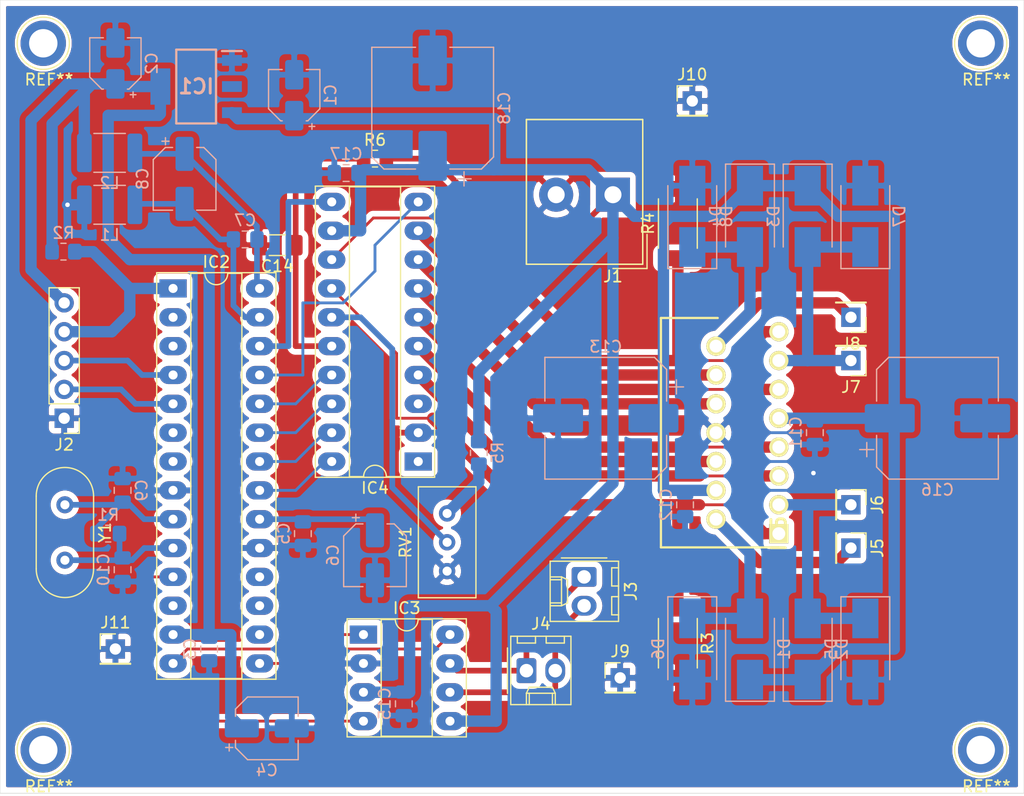
<source format=kicad_pcb>
(kicad_pcb (version 20171130) (host pcbnew "(5.1.12)-1")
  (layers (0 F.Cu signal) (31 B.Cu signal hide) (34 B.Paste user) (35 F.Paste user) (36 B.SilkS user hide) (37 F.SilkS user hide) (38 B.Mask user) (39 F.Mask user hide) (44 Edge.Cuts user hide))
  (net 0 "")
  (net 1 GND)
  (net 2 +3V3)
  (net 3 "Net-(C5-Pad1)")
  (net 4 "Net-(C7-Pad1)")
  (net 5 "Net-(C7-Pad2)")
  (net 6 "Net-(C9-Pad1)")
  (net 7 "Net-(C10-Pad1)")
  (net 8 +5V)
  (net 9 "Net-(C14-Pad1)")
  (net 10 "Net-(D1-Pad2)")
  (net 11 "Net-(D2-Pad2)")
  (net 12 "Net-(D3-Pad2)")
  (net 13 "Net-(D4-Pad2)")
  (net 14 "Net-(IC1-Pad2)")
  (net 15 "Net-(IC2-Pad1)")
  (net 16 "Net-(IC2-Pad15)")
  (net 17 "Net-(IC2-Pad2)")
  (net 18 "Net-(IC2-Pad16)")
  (net 19 "Net-(IC2-Pad3)")
  (net 20 "Net-(IC2-Pad17)")
  (net 21 "Net-(IC2-Pad4)")
  (net 22 "Net-(IC2-Pad18)")
  (net 23 "Net-(IC2-Pad5)")
  (net 24 "Net-(IC2-Pad6)")
  (net 25 "Net-(IC2-Pad7)")
  (net 26 "Net-(IC2-Pad21)")
  (net 27 "Net-(IC2-Pad22)")
  (net 28 "Net-(IC2-Pad23)")
  (net 29 "Net-(IC2-Pad24)")
  (net 30 "Net-(IC2-Pad11)")
  (net 31 "Net-(IC2-Pad25)")
  (net 32 "Net-(IC2-Pad12)")
  (net 33 "Net-(IC2-Pad26)")
  (net 34 "Net-(IC2-Pad14)")
  (net 35 "Net-(IC3-Pad6)")
  (net 36 "Net-(IC3-Pad7)")
  (net 37 "Net-(IC4-Pad1)")
  (net 38 "Net-(IC4-Pad3)")
  (net 39 "Net-(IC4-Pad13)")
  (net 40 "Net-(IC4-Pad4)")
  (net 41 "Net-(IC4-Pad14)")
  (net 42 "Net-(IC4-Pad5)")
  (net 43 "Net-(IC4-Pad15)")
  (net 44 "Net-(IC4-Pad6)")
  (net 45 "Net-(IC4-Pad7)")
  (net 46 "Net-(IC4-Pad8)")
  (net 47 "Net-(IC4-Pad9)")
  (net 48 "Net-(R5-Pad1)")
  (module TestPoint:TestPoint_Loop_D3.80mm_Drill2.5mm (layer F.Cu) (at 128.27 116.84)
    (fp_text reference REF** (at 0.5 3.2) (layer F.SilkS))
    (fp_text value TestPoint_Loop_D3.80mm_Drill2.5mm)
    (pad M3 thru_hole circle (at 0 0) (size 4 4) (drill 2.5) (layers *.Cu *.Mask))
  )
  (module TestPoint:TestPoint_Loop_D3.80mm_Drill2.5mm (layer F.Cu) (at 210.82 116.84)
    (fp_text reference REF** (at 0.5 3.2) (layer F.SilkS))
    (fp_text value TestPoint_Loop_D3.80mm_Drill2.5mm)
    (pad M3 thru_hole circle (at 0 0) (size 4 4) (drill 2.5) (layers *.Cu *.Mask))
  )
  (module TestPoint:TestPoint_Loop_D3.80mm_Drill2.5mm (layer F.Cu) (at 210.82 54.61)
    (fp_text reference REF** (at 0.5 3.2) (layer F.SilkS))
    (fp_text value TestPoint_Loop_D3.80mm_Drill2.5mm)
    (pad M3 thru_hole circle (at 0 0) (size 4 4) (drill 2.5) (layers *.Cu *.Mask))
  )
  (module TestPoint:TestPoint_Loop_D3.80mm_Drill2.5mm (layer F.Cu) (at 128.27 54.61)
    (fp_text reference REF** (at 0.5 3.2) (layer F.SilkS))
    (fp_text value TestPoint_Loop_D3.80mm_Drill2.5mm)
    (pad M3 thru_hole circle (at 0 0) (size 4 4) (drill 2.5) (layers *.Cu *.Mask))
  )
  (module TerminalBlock_Altech:Altech_AK300_1x02_P5.00mm_45-Degree (layer F.Cu) (at 178.435 67.945 180)
    (fp_text reference J1 (at 0 -7.2) (layer F.SilkS))
    (fp_text value Screw_Terminal_01x02)
    (pad 1 thru_hole rect (at 0 0 180) (size 3 3) (drill 1.5) (layers *.Cu *.Mask) (net 8 +5V))
    (pad 2 thru_hole circle (at 5 0 180) (size 3 3) (drill 1.5) (layers *.Cu *.Mask) (net 1 GND))
  )
  (module Capacitor_SMD:CP_Elec_4x4.5 (layer B.Cu) (at 150.368 59.182 90)
    (fp_text reference C1 (at 0 3.2 90) (layer B.SilkS) (effects (justify mirror)))
    (fp_text value "10μF Elektrolyt")
    (pad 1 smd roundrect (at -1.8 0 90) (size 2.6 1.6) (layers B.Cu B.Paste B.Mask) (roundrect_rratio 0.15625) (net 8 +5V))
    (pad 2 smd roundrect (at 1.8 0 90) (size 2.6 1.6) (layers B.Cu B.Paste B.Mask) (roundrect_rratio 0.15625) (net 1 GND))
  )
  (module Capacitor_SMD:CP_Elec_4x4.5 (layer B.Cu) (at 134.62 56.388 90)
    (fp_text reference C2 (at 0 3.2 270) (layer B.SilkS) (effects (justify mirror)))
    (fp_text value "10μF Elektrolyt")
    (pad 2 smd roundrect (at 1.8 0 90) (size 2.6 1.6) (layers B.Cu B.Paste B.Mask) (roundrect_rratio 0.15625) (net 1 GND))
    (pad 1 smd roundrect (at -1.8 0 90) (size 2.6 1.6) (layers B.Cu B.Paste B.Mask) (roundrect_rratio 0.15625) (net 2 +3V3))
  )
  (module Capacitor_SMD:C_0805_2012Metric_Pad1.18x1.45mm_HandSolder (layer B.Cu) (at 142.875 107.95 270)
    (fp_text reference C3 (at 0 1.68 90) (layer B.SilkS) (effects (justify mirror)))
    (fp_text value "100nF Ceramic")
    (pad 2 smd roundrect (at 1.0375 0 270) (size 1.175 1.45) (layers B.Cu B.Paste B.Mask) (roundrect_rratio 0.212766) (net 1 GND))
    (pad 1 smd roundrect (at -1.0375 0 270) (size 1.175 1.45) (layers B.Cu B.Paste B.Mask) (roundrect_rratio 0.212766) (net 2 +3V3))
  )
  (module Capacitor_SMD:CP_Elec_5x5.4 (layer B.Cu) (at 147.955 114.935)
    (fp_text reference C4 (at 0 3.7) (layer B.SilkS) (effects (justify mirror)))
    (fp_text value "47μF Elec")
    (pad 2 smd roundrect (at 2.2 0) (size 3 1.6) (layers B.Cu B.Paste B.Mask) (roundrect_rratio 0.15625) (net 1 GND))
    (pad 1 smd roundrect (at -2.2 0) (size 3 1.6) (layers B.Cu B.Paste B.Mask) (roundrect_rratio 0.15625) (net 2 +3V3))
  )
  (module Capacitor_SMD:C_0805_2012Metric_Pad1.18x1.45mm_HandSolder (layer B.Cu) (at 151.13 97.79 270)
    (fp_text reference C5 (at 0 1.68 90) (layer B.SilkS) (effects (justify mirror)))
    (fp_text value "100nF Ceramic")
    (pad 1 smd roundrect (at -1.0375 0 270) (size 1.175 1.45) (layers B.Cu B.Paste B.Mask) (roundrect_rratio 0.212766) (net 3 "Net-(C5-Pad1)"))
    (pad 2 smd roundrect (at 1.0375 0 270) (size 1.175 1.45) (layers B.Cu B.Paste B.Mask) (roundrect_rratio 0.212766) (net 1 GND))
  )
  (module Capacitor_SMD:CP_Elec_5x5.4 (layer B.Cu) (at 157.48 99.695 270)
    (fp_text reference C6 (at 0 3.7 90) (layer B.SilkS) (effects (justify mirror)))
    (fp_text value "47μF Elec")
    (pad 1 smd roundrect (at -2.2 0 270) (size 3 1.6) (layers B.Cu B.Paste B.Mask) (roundrect_rratio 0.15625) (net 3 "Net-(C5-Pad1)"))
    (pad 2 smd roundrect (at 2.2 0 270) (size 3 1.6) (layers B.Cu B.Paste B.Mask) (roundrect_rratio 0.15625) (net 1 GND))
  )
  (module Capacitor_SMD:C_0805_2012Metric_Pad1.18x1.45mm_HandSolder (layer B.Cu) (at 146.05 71.882 180)
    (fp_text reference C7 (at 0 1.68) (layer B.SilkS) (effects (justify mirror)))
    (fp_text value "100nF Ceramic")
    (pad 1 smd roundrect (at -1.0375 0 180) (size 1.175 1.45) (layers B.Cu B.Paste B.Mask) (roundrect_rratio 0.212766) (net 4 "Net-(C7-Pad1)"))
    (pad 2 smd roundrect (at 1.0375 0 180) (size 1.175 1.45) (layers B.Cu B.Paste B.Mask) (roundrect_rratio 0.212766) (net 5 "Net-(C7-Pad2)"))
  )
  (module Capacitor_SMD:C_0805_2012Metric_Pad1.18x1.45mm_HandSolder (layer B.Cu) (at 135.255 93.98 90)
    (fp_text reference C9 (at 0 1.68 90) (layer B.SilkS) (effects (justify mirror)))
    (fp_text value "22pF Ceramic")
    (pad 2 smd roundrect (at 1.0375 0 90) (size 1.175 1.45) (layers B.Cu B.Paste B.Mask) (roundrect_rratio 0.212766) (net 1 GND))
    (pad 1 smd roundrect (at -1.0375 0 90) (size 1.175 1.45) (layers B.Cu B.Paste B.Mask) (roundrect_rratio 0.212766) (net 6 "Net-(C9-Pad1)"))
  )
  (module Capacitor_SMD:C_0805_2012Metric_Pad1.18x1.45mm_HandSolder (layer B.Cu) (at 135.255 100.965 270)
    (fp_text reference C10 (at 0 1.68 90) (layer B.SilkS) (effects (justify mirror)))
    (fp_text value "22pF ")
    (pad 2 smd roundrect (at 1.0375 0 270) (size 1.175 1.45) (layers B.Cu B.Paste B.Mask) (roundrect_rratio 0.212766) (net 1 GND))
    (pad 1 smd roundrect (at -1.0375 0 270) (size 1.175 1.45) (layers B.Cu B.Paste B.Mask) (roundrect_rratio 0.212766) (net 7 "Net-(C10-Pad1)"))
  )
  (module Capacitor_SMD:C_0805_2012Metric_Pad1.18x1.45mm_HandSolder (layer B.Cu) (at 196.215 88.9 270)
    (fp_text reference C11 (at 0 1.68 90) (layer B.SilkS) (effects (justify mirror)))
    (fp_text value "100nF Ceramic")
    (pad 1 smd roundrect (at -1.0375 0 270) (size 1.175 1.45) (layers B.Cu B.Paste B.Mask) (roundrect_rratio 0.212766) (net 8 +5V))
    (pad 2 smd roundrect (at 1.0375 0 270) (size 1.175 1.45) (layers B.Cu B.Paste B.Mask) (roundrect_rratio 0.212766) (net 1 GND))
  )
  (module Capacitor_SMD:C_0805_2012Metric_Pad1.18x1.45mm_HandSolder (layer B.Cu) (at 184.785 95.25 270)
    (fp_text reference C12 (at 0 1.68 90) (layer B.SilkS) (effects (justify mirror)))
    (fp_text value "100nF Ceramic")
    (pad 2 smd roundrect (at 1.0375 0 270) (size 1.175 1.45) (layers B.Cu B.Paste B.Mask) (roundrect_rratio 0.212766) (net 1 GND))
    (pad 1 smd roundrect (at -1.0375 0 270) (size 1.175 1.45) (layers B.Cu B.Paste B.Mask) (roundrect_rratio 0.212766) (net 8 +5V))
  )
  (module Capacitor_SMD:CP_Elec_10x10.5 (layer B.Cu) (at 177.8 87.63 180)
    (fp_text reference C13 (at 0 6.3 180) (layer B.SilkS) (effects (justify mirror)))
    (fp_text value "470μF Elec")
    (pad 1 smd roundrect (at -4.2 0 180) (size 4.4 2.5) (layers B.Cu B.Paste B.Mask) (roundrect_rratio 0.1) (net 8 +5V))
    (pad 2 smd roundrect (at 4.2 0 180) (size 4.4 2.5) (layers B.Cu B.Paste B.Mask) (roundrect_rratio 0.1) (net 1 GND))
  )
  (module Capacitor_SMD:C_1206_3216Metric_Pad1.33x1.80mm_HandSolder (layer F.Cu) (at 148.8825 72.39 180)
    (fp_text reference C14 (at 0 -1.85) (layer F.SilkS))
    (fp_text value "3,3nF Ceramic")
    (pad 2 smd roundrect (at 1.5625 0 180) (size 1.325 1.8) (layers F.Cu F.Paste F.Mask) (roundrect_rratio 0.188679) (net 1 GND))
    (pad 1 smd roundrect (at -1.5625 0 180) (size 1.325 1.8) (layers F.Cu F.Paste F.Mask) (roundrect_rratio 0.188679) (net 9 "Net-(C14-Pad1)"))
  )
  (module Capacitor_SMD:C_0805_2012Metric_Pad1.18x1.45mm_HandSolder (layer B.Cu) (at 160.02 112.776 270)
    (fp_text reference C15 (at 0 1.68 90) (layer B.SilkS) (effects (justify mirror)))
    (fp_text value "100nF Ceramic")
    (pad 1 smd roundrect (at -1.0375 0 270) (size 1.175 1.45) (layers B.Cu B.Paste B.Mask) (roundrect_rratio 0.212766) (net 8 +5V))
    (pad 2 smd roundrect (at 1.0375 0 270) (size 1.175 1.45) (layers B.Cu B.Paste B.Mask) (roundrect_rratio 0.212766) (net 1 GND))
  )
  (module Capacitor_SMD:CP_Elec_10x10.5 (layer B.Cu) (at 207.01 87.63)
    (fp_text reference C16 (at 0 6.3 -180) (layer B.SilkS) (effects (justify mirror)))
    (fp_text value "470μF Elec")
    (pad 2 smd roundrect (at 4.2 0) (size 4.4 2.5) (layers B.Cu B.Paste B.Mask) (roundrect_rratio 0.1) (net 1 GND))
    (pad 1 smd roundrect (at -4.2 0) (size 4.4 2.5) (layers B.Cu B.Paste B.Mask) (roundrect_rratio 0.1) (net 8 +5V))
  )
  (module Diode_SMD:D_SMB_Handsoldering (layer B.Cu) (at 190.5 107.95 90)
    (fp_text reference D1 (at 0 3 90) (layer B.SilkS) (effects (justify mirror)))
    (fp_text value D)
    (pad 2 smd rect (at 2.7 0 90) (size 3.5 2.3) (layers B.Cu B.Paste B.Mask) (net 10 "Net-(D1-Pad2)"))
    (pad 1 smd rect (at -2.7 0 90) (size 3.5 2.3) (layers B.Cu B.Paste B.Mask) (net 8 +5V))
  )
  (module Diode_SMD:D_SMB_Handsoldering (layer B.Cu) (at 195.58 107.95 90)
    (fp_text reference D2 (at 0 3 90) (layer B.SilkS) (effects (justify mirror)))
    (fp_text value D)
    (pad 2 smd rect (at 2.7 0 90) (size 3.5 2.3) (layers B.Cu B.Paste B.Mask) (net 11 "Net-(D2-Pad2)"))
    (pad 1 smd rect (at -2.7 0 90) (size 3.5 2.3) (layers B.Cu B.Paste B.Mask) (net 8 +5V))
  )
  (module Diode_SMD:D_SMB_Handsoldering (layer B.Cu) (at 195.58 69.85 270)
    (fp_text reference D3 (at 0 3 90) (layer B.SilkS) (effects (justify mirror)))
    (fp_text value D)
    (pad 2 smd rect (at 2.7 0 270) (size 3.5 2.3) (layers B.Cu B.Paste B.Mask) (net 12 "Net-(D3-Pad2)"))
    (pad 1 smd rect (at -2.7 0 270) (size 3.5 2.3) (layers B.Cu B.Paste B.Mask) (net 8 +5V))
  )
  (module Diode_SMD:D_SMB_Handsoldering (layer B.Cu) (at 190.5 69.85 270)
    (fp_text reference D4 (at 0 3 90) (layer B.SilkS) (effects (justify mirror)))
    (fp_text value D)
    (pad 1 smd rect (at -2.7 0 270) (size 3.5 2.3) (layers B.Cu B.Paste B.Mask) (net 8 +5V))
    (pad 2 smd rect (at 2.7 0 270) (size 3.5 2.3) (layers B.Cu B.Paste B.Mask) (net 13 "Net-(D4-Pad2)"))
  )
  (module Diode_SMD:D_SMB_Handsoldering (layer B.Cu) (at 200.66 107.95 270)
    (fp_text reference D5 (at 0 3 90) (layer B.SilkS) (effects (justify mirror)))
    (fp_text value D)
    (pad 1 smd rect (at -2.7 0 270) (size 3.5 2.3) (layers B.Cu B.Paste B.Mask) (net 11 "Net-(D2-Pad2)"))
    (pad 2 smd rect (at 2.7 0 270) (size 3.5 2.3) (layers B.Cu B.Paste B.Mask) (net 1 GND))
  )
  (module Diode_SMD:D_SMB_Handsoldering (layer B.Cu) (at 185.42 107.95 270)
    (fp_text reference D6 (at 0 3 90) (layer B.SilkS) (effects (justify mirror)))
    (fp_text value D)
    (pad 2 smd rect (at 2.7 0 270) (size 3.5 2.3) (layers B.Cu B.Paste B.Mask) (net 1 GND))
    (pad 1 smd rect (at -2.7 0 270) (size 3.5 2.3) (layers B.Cu B.Paste B.Mask) (net 10 "Net-(D1-Pad2)"))
  )
  (module Diode_SMD:D_SMB_Handsoldering (layer B.Cu) (at 200.66 69.85 90)
    (fp_text reference D7 (at 0 3 90) (layer B.SilkS) (effects (justify mirror)))
    (fp_text value D)
    (pad 1 smd rect (at -2.7 0 90) (size 3.5 2.3) (layers B.Cu B.Paste B.Mask) (net 12 "Net-(D3-Pad2)"))
    (pad 2 smd rect (at 2.7 0 90) (size 3.5 2.3) (layers B.Cu B.Paste B.Mask) (net 1 GND))
  )
  (module Diode_SMD:D_SMB_Handsoldering (layer B.Cu) (at 185.42 69.85 90)
    (fp_text reference D8 (at 0 3 90) (layer B.SilkS) (effects (justify mirror)))
    (fp_text value D)
    (pad 1 smd rect (at -2.7 0 90) (size 3.5 2.3) (layers B.Cu B.Paste B.Mask) (net 13 "Net-(D4-Pad2)"))
    (pad 2 smd rect (at 2.7 0 90) (size 3.5 2.3) (layers B.Cu B.Paste B.Mask) (net 1 GND))
  )
  (module LM1117IMP-3.3_NOPB:SOT230P700X180-4N (layer B.Cu) (at 141.732 58.42 180)
    (fp_text reference IC1 (at 0 0 180) (layer B.SilkS) (effects (font (size 1.27 1.27) (thickness 0.254)) (justify mirror)))
    (fp_text value LM1117IMP-3.3_NOPB hide)
    (pad 1 smd rect (at -3.15 2.3 90) (size 0.95 1.75) (layers B.Cu B.Paste B.Mask) (net 1 GND))
    (pad 2 smd rect (at -3.15 0 90) (size 0.95 1.75) (layers B.Cu B.Paste B.Mask) (net 14 "Net-(IC1-Pad2)"))
    (pad 3 smd rect (at -3.15 -2.3 90) (size 0.95 1.75) (layers B.Cu B.Paste B.Mask) (net 8 +5V))
    (pad 4 smd rect (at 3.15 0 180) (size 1.75 3.2) (layers B.Cu B.Paste B.Mask) (net 2 +3V3))
  )
  (module Package_DIP:DIP-28_W7.62mm_Socket_LongPads (layer F.Cu) (at 139.7 76.2)
    (fp_text reference IC2 (at 3.81 -2.33) (layer F.SilkS))
    (fp_text value DSPIC33EP512GP502-I_SP)
    (pad 1 thru_hole rect (at 0 0) (size 2.4 1.6) (drill 0.8) (layers *.Cu *.Mask) (net 15 "Net-(IC2-Pad1)"))
    (pad 15 thru_hole oval (at 7.62 33.02) (size 2.4 1.6) (drill 0.8) (layers *.Cu *.Mask) (net 16 "Net-(IC2-Pad15)"))
    (pad 2 thru_hole oval (at 0 2.54) (size 2.4 1.6) (drill 0.8) (layers *.Cu *.Mask) (net 17 "Net-(IC2-Pad2)"))
    (pad 16 thru_hole oval (at 7.62 30.48) (size 2.4 1.6) (drill 0.8) (layers *.Cu *.Mask) (net 18 "Net-(IC2-Pad16)"))
    (pad 3 thru_hole oval (at 0 5.08) (size 2.4 1.6) (drill 0.8) (layers *.Cu *.Mask) (net 19 "Net-(IC2-Pad3)"))
    (pad 17 thru_hole oval (at 7.62 27.94) (size 2.4 1.6) (drill 0.8) (layers *.Cu *.Mask) (net 20 "Net-(IC2-Pad17)"))
    (pad 4 thru_hole oval (at 0 7.62) (size 2.4 1.6) (drill 0.8) (layers *.Cu *.Mask) (net 21 "Net-(IC2-Pad4)"))
    (pad 18 thru_hole oval (at 7.62 25.4) (size 2.4 1.6) (drill 0.8) (layers *.Cu *.Mask) (net 22 "Net-(IC2-Pad18)"))
    (pad 5 thru_hole oval (at 0 10.16) (size 2.4 1.6) (drill 0.8) (layers *.Cu *.Mask) (net 23 "Net-(IC2-Pad5)"))
    (pad 19 thru_hole oval (at 7.62 22.86) (size 2.4 1.6) (drill 0.8) (layers *.Cu *.Mask) (net 1 GND))
    (pad 6 thru_hole oval (at 0 12.7) (size 2.4 1.6) (drill 0.8) (layers *.Cu *.Mask) (net 24 "Net-(IC2-Pad6)"))
    (pad 20 thru_hole oval (at 7.62 20.32) (size 2.4 1.6) (drill 0.8) (layers *.Cu *.Mask) (net 3 "Net-(C5-Pad1)"))
    (pad 7 thru_hole oval (at 0 15.24) (size 2.4 1.6) (drill 0.8) (layers *.Cu *.Mask) (net 25 "Net-(IC2-Pad7)"))
    (pad 21 thru_hole oval (at 7.62 17.78) (size 2.4 1.6) (drill 0.8) (layers *.Cu *.Mask) (net 26 "Net-(IC2-Pad21)"))
    (pad 8 thru_hole oval (at 0 17.78) (size 2.4 1.6) (drill 0.8) (layers *.Cu *.Mask) (net 1 GND))
    (pad 22 thru_hole oval (at 7.62 15.24) (size 2.4 1.6) (drill 0.8) (layers *.Cu *.Mask) (net 27 "Net-(IC2-Pad22)"))
    (pad 9 thru_hole oval (at 0 20.32) (size 2.4 1.6) (drill 0.8) (layers *.Cu *.Mask) (net 6 "Net-(C9-Pad1)"))
    (pad 23 thru_hole oval (at 7.62 12.7) (size 2.4 1.6) (drill 0.8) (layers *.Cu *.Mask) (net 28 "Net-(IC2-Pad23)"))
    (pad 10 thru_hole oval (at 0 22.86) (size 2.4 1.6) (drill 0.8) (layers *.Cu *.Mask) (net 7 "Net-(C10-Pad1)"))
    (pad 24 thru_hole oval (at 7.62 10.16) (size 2.4 1.6) (drill 0.8) (layers *.Cu *.Mask) (net 29 "Net-(IC2-Pad24)"))
    (pad 11 thru_hole oval (at 0 25.4) (size 2.4 1.6) (drill 0.8) (layers *.Cu *.Mask) (net 30 "Net-(IC2-Pad11)"))
    (pad 25 thru_hole oval (at 7.62 7.62) (size 2.4 1.6) (drill 0.8) (layers *.Cu *.Mask) (net 31 "Net-(IC2-Pad25)"))
    (pad 12 thru_hole oval (at 0 27.94) (size 2.4 1.6) (drill 0.8) (layers *.Cu *.Mask) (net 32 "Net-(IC2-Pad12)"))
    (pad 26 thru_hole oval (at 7.62 5.08) (size 2.4 1.6) (drill 0.8) (layers *.Cu *.Mask) (net 33 "Net-(IC2-Pad26)"))
    (pad 13 thru_hole oval (at 0 30.48) (size 2.4 1.6) (drill 0.8) (layers *.Cu *.Mask) (net 2 +3V3))
    (pad 27 thru_hole oval (at 7.62 2.54) (size 2.4 1.6) (drill 0.8) (layers *.Cu *.Mask) (net 5 "Net-(C7-Pad2)"))
    (pad 14 thru_hole oval (at 0 33.02) (size 2.4 1.6) (drill 0.8) (layers *.Cu *.Mask) (net 34 "Net-(IC2-Pad14)"))
    (pad 28 thru_hole oval (at 7.62 0) (size 2.4 1.6) (drill 0.8) (layers *.Cu *.Mask) (net 4 "Net-(C7-Pad1)"))
  )
  (module Package_DIP:DIP-8_W7.62mm_Socket_LongPads (layer F.Cu) (at 156.464 106.68)
    (fp_text reference IC3 (at 3.81 -2.33) (layer F.SilkS))
    (fp_text value MCP2562FDT-H_SN)
    (pad 1 thru_hole rect (at 0 0) (size 2.4 1.6) (drill 0.8) (layers *.Cu *.Mask) (net 34 "Net-(IC2-Pad14)"))
    (pad 5 thru_hole oval (at 7.62 7.62) (size 2.4 1.6) (drill 0.8) (layers *.Cu *.Mask) (net 8 +5V))
    (pad 2 thru_hole oval (at 0 2.54) (size 2.4 1.6) (drill 0.8) (layers *.Cu *.Mask) (net 1 GND))
    (pad 6 thru_hole oval (at 7.62 5.08) (size 2.4 1.6) (drill 0.8) (layers *.Cu *.Mask) (net 35 "Net-(IC3-Pad6)"))
    (pad 3 thru_hole oval (at 0 5.08) (size 2.4 1.6) (drill 0.8) (layers *.Cu *.Mask) (net 8 +5V))
    (pad 7 thru_hole oval (at 7.62 2.54) (size 2.4 1.6) (drill 0.8) (layers *.Cu *.Mask) (net 36 "Net-(IC3-Pad7)"))
    (pad 4 thru_hole oval (at 0 7.62) (size 2.4 1.6) (drill 0.8) (layers *.Cu *.Mask) (net 30 "Net-(IC2-Pad11)"))
    (pad 8 thru_hole oval (at 7.62 0) (size 2.4 1.6) (drill 0.8) (layers *.Cu *.Mask) (net 16 "Net-(IC2-Pad15)"))
  )
  (module Package_DIP:DIP-20_W7.62mm_Socket_LongPads (layer F.Cu) (at 161.29 91.44 180)
    (fp_text reference IC4 (at 3.81 -2.33) (layer F.SilkS))
    (fp_text value L297_1)
    (pad 1 thru_hole rect (at 0 0 180) (size 2.4 1.6) (drill 0.8) (layers *.Cu *.Mask) (net 37 "Net-(IC4-Pad1)"))
    (pad 11 thru_hole oval (at 7.62 22.86 180) (size 2.4 1.6) (drill 0.8) (layers *.Cu *.Mask) (net 33 "Net-(IC2-Pad26)"))
    (pad 2 thru_hole oval (at 0 2.54 180) (size 2.4 1.6) (drill 0.8) (layers *.Cu *.Mask) (net 1 GND))
    (pad 12 thru_hole oval (at 7.62 20.32 180) (size 2.4 1.6) (drill 0.8) (layers *.Cu *.Mask) (net 8 +5V))
    (pad 3 thru_hole oval (at 0 5.08 180) (size 2.4 1.6) (drill 0.8) (layers *.Cu *.Mask) (net 38 "Net-(IC4-Pad3)"))
    (pad 13 thru_hole oval (at 7.62 17.78 180) (size 2.4 1.6) (drill 0.8) (layers *.Cu *.Mask) (net 39 "Net-(IC4-Pad13)"))
    (pad 4 thru_hole oval (at 0 7.62 180) (size 2.4 1.6) (drill 0.8) (layers *.Cu *.Mask) (net 40 "Net-(IC4-Pad4)"))
    (pad 14 thru_hole oval (at 7.62 15.24 180) (size 2.4 1.6) (drill 0.8) (layers *.Cu *.Mask) (net 41 "Net-(IC4-Pad14)"))
    (pad 5 thru_hole oval (at 0 10.16 180) (size 2.4 1.6) (drill 0.8) (layers *.Cu *.Mask) (net 42 "Net-(IC4-Pad5)"))
    (pad 15 thru_hole oval (at 7.62 12.7 180) (size 2.4 1.6) (drill 0.8) (layers *.Cu *.Mask) (net 43 "Net-(IC4-Pad15)"))
    (pad 6 thru_hole oval (at 0 12.7 180) (size 2.4 1.6) (drill 0.8) (layers *.Cu *.Mask) (net 44 "Net-(IC4-Pad6)"))
    (pad 16 thru_hole oval (at 7.62 10.16 180) (size 2.4 1.6) (drill 0.8) (layers *.Cu *.Mask) (net 9 "Net-(C14-Pad1)"))
    (pad 7 thru_hole oval (at 0 15.24 180) (size 2.4 1.6) (drill 0.8) (layers *.Cu *.Mask) (net 45 "Net-(IC4-Pad7)"))
    (pad 17 thru_hole oval (at 7.62 7.62 180) (size 2.4 1.6) (drill 0.8) (layers *.Cu *.Mask) (net 29 "Net-(IC2-Pad24)"))
    (pad 8 thru_hole oval (at 0 17.78 180) (size 2.4 1.6) (drill 0.8) (layers *.Cu *.Mask) (net 46 "Net-(IC4-Pad8)"))
    (pad 18 thru_hole oval (at 7.62 5.08 180) (size 2.4 1.6) (drill 0.8) (layers *.Cu *.Mask) (net 28 "Net-(IC2-Pad23)"))
    (pad 9 thru_hole oval (at 0 20.32 180) (size 2.4 1.6) (drill 0.8) (layers *.Cu *.Mask) (net 47 "Net-(IC4-Pad9)"))
    (pad 19 thru_hole oval (at 7.62 2.54 180) (size 2.4 1.6) (drill 0.8) (layers *.Cu *.Mask) (net 27 "Net-(IC2-Pad22)"))
    (pad 10 thru_hole oval (at 0 22.86 180) (size 2.4 1.6) (drill 0.8) (layers *.Cu *.Mask) (net 31 "Net-(IC2-Pad25)"))
    (pad 20 thru_hole oval (at 7.62 0 180) (size 2.4 1.6) (drill 0.8) (layers *.Cu *.Mask) (net 26 "Net-(IC2-Pad21)"))
  )
  (module L298N:TO127P500X2020X2210-15P (layer F.Cu) (at 193.04 97.79 90)
    (fp_text reference IC5 (at 0 0 90) (layer F.SilkS) (effects (font (size 1.27 1.27) (thickness 0.254))))
    (fp_text value L298N hide)
    (pad 1 thru_hole rect (at 0 0 180) (size 1.695 1.695) (drill 1.13) (layers *.Cu *.Mask F.SilkS) (net 41 "Net-(IC4-Pad14)"))
    (pad 3 thru_hole circle (at 2.54 0 180) (size 1.695 1.695) (drill 1.13) (layers *.Cu *.Mask F.SilkS) (net 11 "Net-(D2-Pad2)"))
    (pad 5 thru_hole circle (at 5.08 0 180) (size 1.695 1.695) (drill 1.13) (layers *.Cu *.Mask F.SilkS) (net 40 "Net-(IC4-Pad4)"))
    (pad 7 thru_hole circle (at 7.62 0 180) (size 1.695 1.695) (drill 1.13) (layers *.Cu *.Mask F.SilkS) (net 44 "Net-(IC4-Pad6)"))
    (pad 9 thru_hole circle (at 10.16 0 180) (size 1.695 1.695) (drill 1.13) (layers *.Cu *.Mask F.SilkS) (net 8 +5V))
    (pad 11 thru_hole circle (at 12.7 0 180) (size 1.695 1.695) (drill 1.13) (layers *.Cu *.Mask F.SilkS) (net 46 "Net-(IC4-Pad8)"))
    (pad 13 thru_hole circle (at 15.24 0 180) (size 1.695 1.695) (drill 1.13) (layers *.Cu *.Mask F.SilkS) (net 12 "Net-(D3-Pad2)"))
    (pad 15 thru_hole circle (at 17.78 0 180) (size 1.695 1.695) (drill 1.13) (layers *.Cu *.Mask F.SilkS) (net 39 "Net-(IC4-Pad13)"))
    (pad 2 thru_hole circle (at 1.27 -5.53 180) (size 1.695 1.695) (drill 1.13) (layers *.Cu *.Mask F.SilkS) (net 10 "Net-(D1-Pad2)"))
    (pad 4 thru_hole circle (at 3.81 -5.53 180) (size 1.695 1.695) (drill 1.13) (layers *.Cu *.Mask F.SilkS) (net 8 +5V))
    (pad 6 thru_hole circle (at 6.35 -5.53 180) (size 1.695 1.695) (drill 1.13) (layers *.Cu *.Mask F.SilkS) (net 42 "Net-(IC4-Pad5)"))
    (pad 8 thru_hole circle (at 8.89 -5.53 180) (size 1.695 1.695) (drill 1.13) (layers *.Cu *.Mask F.SilkS) (net 1 GND))
    (pad 10 thru_hole circle (at 11.43 -5.53 180) (size 1.695 1.695) (drill 1.13) (layers *.Cu *.Mask F.SilkS) (net 45 "Net-(IC4-Pad7)"))
    (pad 12 thru_hole circle (at 13.97 -5.53 180) (size 1.695 1.695) (drill 1.13) (layers *.Cu *.Mask F.SilkS) (net 47 "Net-(IC4-Pad9)"))
    (pad 14 thru_hole circle (at 16.51 -5.53 180) (size 1.695 1.695) (drill 1.13) (layers *.Cu *.Mask F.SilkS) (net 13 "Net-(D4-Pad2)"))
  )
  (module Connector_PinHeader_2.54mm:PinHeader_1x05_P2.54mm_Vertical (layer F.Cu) (at 130.1115 87.63 180)
    (fp_text reference J2 (at 0 -2.33) (layer F.SilkS))
    (fp_text value Conn_01x05)
    (pad 1 thru_hole rect (at 0 0 180) (size 1.7 1.7) (drill 1) (layers *.Cu *.Mask) (net 1 GND))
    (pad 2 thru_hole oval (at 0 2.54 180) (size 1.7 1.7) (drill 1) (layers *.Cu *.Mask) (net 23 "Net-(IC2-Pad5)"))
    (pad 3 thru_hole oval (at 0 5.08 180) (size 1.7 1.7) (drill 1) (layers *.Cu *.Mask) (net 21 "Net-(IC2-Pad4)"))
    (pad 4 thru_hole oval (at 0 7.62 180) (size 1.7 1.7) (drill 1) (layers *.Cu *.Mask) (net 15 "Net-(IC2-Pad1)"))
    (pad 5 thru_hole oval (at 0 10.16 180) (size 1.7 1.7) (drill 1) (layers *.Cu *.Mask) (net 2 +3V3))
  )
  (module Connector_Molex:Molex_KK-254_AE-6410-02A_1x02_P2.54mm_Vertical (layer F.Cu) (at 175.895 101.6 270)
    (fp_text reference J3 (at 1.27 -4.12 90) (layer F.SilkS))
    (fp_text value Conn_01x02)
    (pad 1 thru_hole roundrect (at 0 0 270) (size 1.74 2.19) (drill 1.19) (layers *.Cu *.Mask) (roundrect_rratio 0.143678) (net 36 "Net-(IC3-Pad7)"))
    (pad 2 thru_hole oval (at 2.54 0 270) (size 1.74 2.19) (drill 1.19) (layers *.Cu *.Mask) (net 35 "Net-(IC3-Pad6)"))
  )
  (module Connector_Molex:Molex_KK-254_AE-6410-02A_1x02_P2.54mm_Vertical (layer F.Cu) (at 170.815 109.855)
    (fp_text reference J4 (at 1.27 -4.12) (layer F.SilkS))
    (fp_text value Conn_01x02)
    (pad 2 thru_hole oval (at 2.54 0) (size 1.74 2.19) (drill 1.19) (layers *.Cu *.Mask) (net 35 "Net-(IC3-Pad6)"))
    (pad 1 thru_hole roundrect (at 0 0) (size 1.74 2.19) (drill 1.19) (layers *.Cu *.Mask) (roundrect_rratio 0.143678) (net 36 "Net-(IC3-Pad7)"))
  )
  (module Connector_PinHeader_2.54mm:PinHeader_1x01_P2.54mm_Vertical (layer F.Cu) (at 199.39 99.06 270)
    (fp_text reference J5 (at 0 -2.33 90) (layer F.SilkS))
    (fp_text value "Output 1")
    (pad 1 thru_hole rect (at 0 0 270) (size 1.7 1.7) (drill 1) (layers *.Cu *.Mask) (net 10 "Net-(D1-Pad2)"))
  )
  (module Connector_PinHeader_2.54mm:PinHeader_1x01_P2.54mm_Vertical (layer F.Cu) (at 199.39 95.25 270)
    (fp_text reference J6 (at 0 -2.33 90) (layer F.SilkS))
    (fp_text value "Output 2")
    (pad 1 thru_hole rect (at 0 0 270) (size 1.7 1.7) (drill 1) (layers *.Cu *.Mask) (net 11 "Net-(D2-Pad2)"))
  )
  (module Connector_PinHeader_2.54mm:PinHeader_1x01_P2.54mm_Vertical (layer F.Cu) (at 199.39 82.55 180)
    (fp_text reference J7 (at 0 -2.33) (layer F.SilkS))
    (fp_text value "Output 3")
    (pad 1 thru_hole rect (at 0 0 180) (size 1.7 1.7) (drill 1) (layers *.Cu *.Mask) (net 12 "Net-(D3-Pad2)"))
  )
  (module Connector_PinHeader_2.54mm:PinHeader_1x01_P2.54mm_Vertical (layer F.Cu) (at 199.39 78.74 180)
    (fp_text reference J8 (at 0 -2.33) (layer F.SilkS))
    (fp_text value "Output 4")
    (pad 1 thru_hole rect (at 0 0 180) (size 1.7 1.7) (drill 1) (layers *.Cu *.Mask) (net 13 "Net-(D4-Pad2)"))
  )
  (module Connector_PinHeader_2.54mm:PinHeader_1x01_P2.54mm_Vertical (layer F.Cu) (at 179.07 110.49)
    (fp_text reference J9 (at 0 -2.33) (layer F.SilkS))
    (fp_text value GND)
    (pad 1 thru_hole rect (at 0 0) (size 1.7 1.7) (drill 1) (layers *.Cu *.Mask) (net 1 GND))
  )
  (module Connector_PinHeader_2.54mm:PinHeader_1x01_P2.54mm_Vertical (layer F.Cu) (at 185.42 59.69)
    (fp_text reference J10 (at 0 -2.33) (layer F.SilkS))
    (fp_text value GND)
    (pad 1 thru_hole rect (at 0 0) (size 1.7 1.7) (drill 1) (layers *.Cu *.Mask) (net 1 GND))
  )
  (module Connector_PinHeader_2.54mm:PinHeader_1x01_P2.54mm_Vertical (layer F.Cu) (at 134.62 107.95)
    (fp_text reference J11 (at 0 -2.33) (layer F.SilkS))
    (fp_text value GND)
    (pad 1 thru_hole rect (at 0 0) (size 1.7 1.7) (drill 1) (layers *.Cu *.Mask) (net 1 GND))
  )
  (module Resistor_SMD:R_0805_2012Metric_Pad1.20x1.40mm_HandSolder (layer B.Cu) (at 133.985 97.79 180)
    (fp_text reference R1 (at 0 1.65) (layer B.SilkS) (effects (justify mirror)))
    (fp_text value 1MΩ)
    (pad 2 smd roundrect (at 1 0 180) (size 1.2 1.4) (layers B.Cu B.Paste B.Mask) (roundrect_rratio 0.208333) (net 6 "Net-(C9-Pad1)"))
    (pad 1 smd roundrect (at -1 0 180) (size 1.2 1.4) (layers B.Cu B.Paste B.Mask) (roundrect_rratio 0.208333) (net 7 "Net-(C10-Pad1)"))
  )
  (module Resistor_SMD:R_0805_2012Metric_Pad1.20x1.40mm_HandSolder (layer B.Cu) (at 130.048 72.9615 180)
    (fp_text reference R2 (at 0 1.65) (layer B.SilkS) (effects (justify mirror)))
    (fp_text value 11kΩ)
    (pad 1 smd roundrect (at -1 0 180) (size 1.2 1.4) (layers B.Cu B.Paste B.Mask) (roundrect_rratio 0.208333) (net 15 "Net-(IC2-Pad1)"))
    (pad 2 smd roundrect (at 1 0 180) (size 1.2 1.4) (layers B.Cu B.Paste B.Mask) (roundrect_rratio 0.208333) (net 2 +3V3))
  )
  (module Resistor_SMD:R_2512_6332Metric_Pad1.40x3.35mm_HandSolder (layer F.Cu) (at 184.15 107.44 270)
    (fp_text reference R3 (at 0 -2.62 90) (layer F.SilkS))
    (fp_text value 500mΩ)
    (pad 2 smd roundrect (at 3.05 0 270) (size 1.4 3.35) (layers F.Cu F.Paste F.Mask) (roundrect_rratio 0.178571) (net 1 GND))
    (pad 1 smd roundrect (at -3.05 0 270) (size 1.4 3.35) (layers F.Cu F.Paste F.Mask) (roundrect_rratio 0.178571) (net 41 "Net-(IC4-Pad14)"))
  )
  (module Resistor_SMD:R_2512_6332Metric_Pad1.40x3.35mm_HandSolder (layer F.Cu) (at 184.15 70.485 90)
    (fp_text reference R4 (at 0 -2.62 90) (layer F.SilkS))
    (fp_text value 500mΩ)
    (pad 1 smd roundrect (at -3.05 0 90) (size 1.4 3.35) (layers F.Cu F.Paste F.Mask) (roundrect_rratio 0.178571) (net 39 "Net-(IC4-Pad13)"))
    (pad 2 smd roundrect (at 3.05 0 90) (size 1.4 3.35) (layers F.Cu F.Paste F.Mask) (roundrect_rratio 0.178571) (net 1 GND))
  )
  (module Resistor_SMD:R_0805_2012Metric_Pad1.20x1.40mm_HandSolder (layer B.Cu) (at 166.624 90.678 90)
    (fp_text reference R5 (at 0 1.65 90) (layer B.SilkS) (effects (justify mirror)))
    (fp_text value R)
    (pad 1 smd roundrect (at -1 0 90) (size 1.2 1.4) (layers B.Cu B.Paste B.Mask) (roundrect_rratio 0.208333) (net 48 "Net-(R5-Pad1)"))
    (pad 2 smd roundrect (at 1 0 90) (size 1.2 1.4) (layers B.Cu B.Paste B.Mask) (roundrect_rratio 0.208333) (net 8 +5V))
  )
  (module Resistor_SMD:R_0805_2012Metric_Pad1.20x1.40mm_HandSolder (layer F.Cu) (at 157.48 64.77)
    (fp_text reference R6 (at 0 -1.65) (layer F.SilkS))
    (fp_text value 22kΩ)
    (pad 2 smd roundrect (at 1 0) (size 1.2 1.4) (layers F.Cu F.Paste F.Mask) (roundrect_rratio 0.208333) (net 8 +5V))
    (pad 1 smd roundrect (at -1 0) (size 1.2 1.4) (layers F.Cu F.Paste F.Mask) (roundrect_rratio 0.208333) (net 9 "Net-(C14-Pad1)"))
  )
  (module Potentiometer_THT:Potentiometer_Bourns_3296W_Vertical (layer F.Cu) (at 163.83 96.012 90)
    (fp_text reference RV1 (at -2.54 -3.66 90) (layer F.SilkS))
    (fp_text value R_POT)
    (pad 1 thru_hole circle (at 0 0 90) (size 1.44 1.44) (drill 0.8) (layers *.Cu *.Mask) (net 48 "Net-(R5-Pad1)"))
    (pad 2 thru_hole circle (at -2.54 0 90) (size 1.44 1.44) (drill 0.8) (layers *.Cu *.Mask) (net 43 "Net-(IC4-Pad15)"))
    (pad 3 thru_hole circle (at -5.08 0 90) (size 1.44 1.44) (drill 0.8) (layers *.Cu *.Mask) (net 1 GND))
  )
  (module Crystal:Crystal_HC49-4H_Vertical (layer F.Cu) (at 130.175 95.25 270)
    (fp_text reference Y1 (at 2.44 -3.525 90) (layer F.SilkS))
    (fp_text value Crystal)
    (pad 1 thru_hole circle (at 0 0 270) (size 1.5 1.5) (drill 0.8) (layers *.Cu *.Mask) (net 6 "Net-(C9-Pad1)"))
    (pad 2 thru_hole circle (at 4.88 0 270) (size 1.5 1.5) (drill 0.8) (layers *.Cu *.Mask) (net 7 "Net-(C10-Pad1)"))
  )
  (module Capacitor_SMD:CP_Elec_5x5.4 (layer B.Cu) (at 140.716 66.548 270)
    (fp_text reference C8 (at 0 3.7 90) (layer B.SilkS) (effects (justify mirror)))
    (fp_text value "47μF Elec")
    (pad 2 smd roundrect (at 2.2 0 270) (size 3 1.6) (layers B.Cu B.Paste B.Mask) (roundrect_rratio 0.15625) (net 5 "Net-(C7-Pad2)"))
    (pad 1 smd roundrect (at -2.2 0 270) (size 3 1.6) (layers B.Cu B.Paste B.Mask) (roundrect_rratio 0.15625) (net 4 "Net-(C7-Pad1)"))
  )
  (module Inductor_SMD:L_1812_4532Metric_Pad1.30x3.40mm_HandSolder (layer B.Cu) (at 134.112 68.834)
    (fp_text reference L1 (at 0 2.65 180) (layer B.SilkS) (effects (justify mirror)))
    (fp_text value 820μH)
    (pad 2 smd roundrect (at 2.225 0) (size 1.3 3.4) (layers B.Cu B.Paste B.Mask) (roundrect_rratio 0.192308) (net 5 "Net-(C7-Pad2)"))
    (pad 1 smd roundrect (at -2.225 0) (size 1.3 3.4) (layers B.Cu B.Paste B.Mask) (roundrect_rratio 0.192308) (net 1 GND))
  )
  (module Inductor_SMD:L_1812_4532Metric_Pad1.30x3.40mm_HandSolder (layer B.Cu) (at 134.112 64.262)
    (fp_text reference L2 (at 0 2.65 180) (layer B.SilkS) (effects (justify mirror)))
    (fp_text value 820μH)
    (pad 1 smd roundrect (at -2.225 0) (size 1.3 3.4) (layers B.Cu B.Paste B.Mask) (roundrect_rratio 0.192308) (net 2 +3V3))
    (pad 2 smd roundrect (at 2.225 0) (size 1.3 3.4) (layers B.Cu B.Paste B.Mask) (roundrect_rratio 0.192308) (net 4 "Net-(C7-Pad1)"))
  )
  (module Capacitor_SMD:C_0805_2012Metric_Pad1.18x1.45mm_HandSolder (layer B.Cu) (at 154.94 66.04 180)
    (fp_text reference C17 (at 0 1.68) (layer B.SilkS) (effects (justify mirror)))
    (fp_text value "100nF Ceramic")
    (pad 1 smd roundrect (at -1.0375 0 180) (size 1.175 1.45) (layers B.Cu B.Paste B.Mask) (roundrect_rratio 0.212766) (net 8 +5V))
    (pad 2 smd roundrect (at 1.0375 0 180) (size 1.175 1.45) (layers B.Cu B.Paste B.Mask) (roundrect_rratio 0.212766) (net 1 GND))
  )
  (module Capacitor_SMD:CP_Elec_10x10.5 (layer B.Cu) (at 162.56 60.325 90)
    (fp_text reference C18 (at 0 6.3 90) (layer B.SilkS) (effects (justify mirror)))
    (fp_text value "470μF Elec")
    (pad 1 smd roundrect (at -4.2 0 90) (size 4.4 2.5) (layers B.Cu B.Paste B.Mask) (roundrect_rratio 0.1) (net 8 +5V))
    (pad 2 smd roundrect (at 4.2 0 90) (size 4.4 2.5) (layers B.Cu B.Paste B.Mask) (roundrect_rratio 0.1) (net 1 GND))
  )
  (gr_line (start 214.63 120.65) (end 124.46 120.65) (layer Edge.Cuts) (width 0.05))
  (gr_line (start 214.63 50.8) (end 214.63 120.65) (layer Edge.Cuts) (width 0.05))
  (gr_line (start 124.46 50.8) (end 214.63 50.8) (layer Edge.Cuts) (width 0.05))
  (gr_line (start 124.46 120.65) (end 124.46 50.8) (layer Edge.Cuts) (width 0.05))
  (segment (start 194.056 93.98) (end 192.024 93.98) (width 0.25) (layer B.Cu) (net 1))
  (segment (start 194.056 91.44) (end 192.024 91.44) (width 0.25) (layer B.Cu) (net 1))
  (segment (start 194.056 88.9) (end 192.024 88.9) (width 0.25) (layer B.Cu) (net 1))
  (via (at 130.4036 68.834) (size 0.8) (drill 0.4) (layers F.Cu B.Cu) (net 1))
  (segment (start 131.887 68.834) (end 130.4036 68.834) (width 1) (layer B.Cu) (net 1))
  (via (at 196.088 92.456) (size 0.8) (drill 0.4) (layers F.Cu B.Cu) (net 1))
  (segment (start 142.875 73.66) (end 142.875 106.68) (width 1) (layer B.Cu) (net 2))
  (segment (start 135.89 73.66) (end 142.875 73.66) (width 1) (layer B.Cu) (net 2))
  (segment (start 133.985 71.755) (end 135.89 73.66) (width 1) (layer B.Cu) (net 2))
  (segment (start 133.985 60.96) (end 133.985 71.755) (width 1) (layer B.Cu) (net 2))
  (segment (start 138.43 60.96) (end 133.985 60.96) (width 1) (layer B.Cu) (net 2))
  (segment (start 142.875 106.68) (end 139.7 106.68) (width 1) (layer B.Cu) (net 2))
  (segment (start 138.582 60.808) (end 138.43 60.96) (width 1) (layer B.Cu) (net 2))
  (segment (start 138.582 58.42) (end 138.582 60.808) (width 1) (layer B.Cu) (net 2))
  (segment (start 142.875 106.68) (end 144.78 106.68) (width 1) (layer B.Cu) (net 2))
  (segment (start 144.78 113.96) (end 145.755 114.935) (width 1) (layer B.Cu) (net 2))
  (segment (start 144.78 106.68) (end 144.78 113.96) (width 1) (layer B.Cu) (net 2))
  (segment (start 134.852 58.42) (end 134.62 58.188) (width 1) (layer B.Cu) (net 2))
  (segment (start 138.582 58.42) (end 134.852 58.42) (width 1) (layer B.Cu) (net 2))
  (segment (start 132.566 58.188) (end 129.048 61.706) (width 1) (layer B.Cu) (net 2))
  (segment (start 134.62 58.188) (end 132.566 58.188) (width 1) (layer B.Cu) (net 2))
  (segment (start 129.048 61.706) (end 129.048 72.9615) (width 1) (layer B.Cu) (net 2))
  (segment (start 127.1905 61.4045) (end 130.407 58.188) (width 1) (layer B.Cu) (net 2))
  (segment (start 127.1905 74.549) (end 127.1905 61.4045) (width 1) (layer B.Cu) (net 2))
  (segment (start 130.1115 77.47) (end 127.1905 74.549) (width 1) (layer B.Cu) (net 2))
  (segment (start 129.331 61.706) (end 129.048 61.706) (width 0.5) (layer B.Cu) (net 2))
  (segment (start 131.887 64.262) (end 131.887 58.227) (width 1) (layer B.Cu) (net 2))
  (segment (start 131.848 58.188) (end 132.566 58.188) (width 1) (layer B.Cu) (net 2))
  (segment (start 131.887 58.227) (end 131.848 58.188) (width 1) (layer B.Cu) (net 2))
  (segment (start 130.407 58.188) (end 131.848 58.188) (width 1) (layer B.Cu) (net 2))
  (segment (start 147.32 96.52) (end 157.48 96.52) (width 0.5) (layer B.Cu) (net 3))
  (segment (start 147.0875 70.7195) (end 147.0875 71.882) (width 0.5) (layer B.Cu) (net 4))
  (segment (start 140.716 64.348) (end 147.0875 70.7195) (width 0.5) (layer B.Cu) (net 4))
  (segment (start 147.0875 75.9675) (end 147.32 76.2) (width 0.5) (layer B.Cu) (net 4))
  (segment (start 147.0875 71.882) (end 147.0875 75.9675) (width 0.5) (layer B.Cu) (net 4))
  (segment (start 136.423 64.348) (end 136.337 64.262) (width 0.5) (layer B.Cu) (net 4))
  (segment (start 140.716 64.348) (end 136.423 64.348) (width 0.5) (layer B.Cu) (net 4))
  (segment (start 146.558 78.74) (end 147.32 78.74) (width 0.5) (layer B.Cu) (net 5))
  (segment (start 143.85 71.882) (end 140.716 68.748) (width 0.5) (layer B.Cu) (net 5))
  (segment (start 145.0125 71.882) (end 143.85 71.882) (width 0.5) (layer B.Cu) (net 5))
  (segment (start 136.423 68.748) (end 136.337 68.834) (width 0.5) (layer B.Cu) (net 5))
  (segment (start 140.716 68.748) (end 136.423 68.748) (width 0.5) (layer B.Cu) (net 5))
  (segment (start 145.0125 71.882) (end 145.0125 77.7025) (width 0.5) (layer B.Cu) (net 5))
  (segment (start 146.05 78.74) (end 147.32 78.74) (width 0.5) (layer B.Cu) (net 5))
  (segment (start 145.0125 77.7025) (end 146.05 78.74) (width 0.5) (layer B.Cu) (net 5))
  (segment (start 130.175 95.25) (end 135.89 95.25) (width 0.5) (layer B.Cu) (net 6))
  (segment (start 135.89 95.25) (end 137.16 96.52) (width 0.5) (layer B.Cu) (net 6))
  (segment (start 137.16 96.52) (end 139.7 96.52) (width 0.5) (layer B.Cu) (net 6))
  (segment (start 132.985 97.2875) (end 135.255 95.0175) (width 0.5) (layer B.Cu) (net 6))
  (segment (start 132.985 97.79) (end 132.985 97.2875) (width 0.5) (layer B.Cu) (net 6))
  (segment (start 130.175 100.13) (end 136.09 100.13) (width 0.5) (layer B.Cu) (net 7))
  (segment (start 137.16 99.06) (end 139.7 99.06) (width 0.5) (layer B.Cu) (net 7))
  (segment (start 136.09 100.13) (end 137.16 99.06) (width 0.5) (layer B.Cu) (net 7))
  (segment (start 134.985 99.6575) (end 135.255 99.9275) (width 0.5) (layer B.Cu) (net 7))
  (segment (start 134.985 97.79) (end 134.985 99.6575) (width 0.5) (layer B.Cu) (net 7))
  (segment (start 190.5 110.65) (end 195.58 110.65) (width 1) (layer B.Cu) (net 8))
  (segment (start 190.5 67.15) (end 195.58 67.15) (width 1) (layer B.Cu) (net 8))
  (segment (start 187.2775 93.7475) (end 187.51 93.98) (width 1) (layer B.Cu) (net 8))
  (segment (start 182.88 93.98) (end 187.51 93.98) (width 1) (layer B.Cu) (net 8))
  (segment (start 196.85 87.63) (end 193.04 87.63) (width 1) (layer B.Cu) (net 8))
  (segment (start 203.2 87.63) (end 196.85 87.63) (width 1) (layer B.Cu) (net 8))
  (segment (start 203.2 107.95) (end 203.2 87.63) (width 1) (layer B.Cu) (net 8))
  (segment (start 198.28 107.95) (end 203.2 107.95) (width 1) (layer B.Cu) (net 8))
  (segment (start 195.58 110.65) (end 198.28 107.95) (width 1) (layer B.Cu) (net 8))
  (segment (start 195.58 67.15) (end 198.28 69.85) (width 1) (layer B.Cu) (net 8))
  (segment (start 198.28 69.85) (end 203.2 69.85) (width 1) (layer B.Cu) (net 8))
  (segment (start 203.2 87.63) (end 203.2 69.85) (width 1) (layer B.Cu) (net 8))
  (segment (start 182.88 70.485) (end 183.515 69.85) (width 1) (layer B.Cu) (net 8))
  (segment (start 187.8 69.85) (end 190.5 67.15) (width 1) (layer B.Cu) (net 8))
  (segment (start 183.515 69.85) (end 187.8 69.85) (width 1) (layer B.Cu) (net 8))
  (segment (start 180.34 69.85) (end 178.435 67.945) (width 1) (layer B.Cu) (net 8))
  (segment (start 183.515 69.85) (end 180.34 69.85) (width 1) (layer B.Cu) (net 8))
  (segment (start 156.21 71.12) (end 153.67 71.12) (width 1) (layer B.Cu) (net 8))
  (segment (start 156.505001 65.744999) (end 156.21 66.04) (width 1) (layer B.Cu) (net 8))
  (segment (start 156.21 66.04) (end 156.21 71.12) (width 1) (layer B.Cu) (net 8))
  (segment (start 178.435 67.945) (end 176.234999 65.744999) (width 1) (layer B.Cu) (net 8))
  (segment (start 145.417001 61.255001) (end 144.882 60.72) (width 1) (layer B.Cu) (net 8))
  (segment (start 178.435 67.945) (end 174.625 71.755) (width 0.5) (layer F.Cu) (net 8))
  (segment (start 174.625 71.755) (end 169.545 71.755) (width 0.5) (layer F.Cu) (net 8))
  (segment (start 162.56 64.77) (end 158.48 64.77) (width 0.5) (layer F.Cu) (net 8))
  (segment (start 169.545 71.755) (end 162.56 64.77) (width 0.5) (layer F.Cu) (net 8))
  (segment (start 178.435 67.945) (end 178.435 71.755) (width 1) (layer B.Cu) (net 8))
  (segment (start 166.624 83.566) (end 166.624 89.678) (width 1) (layer B.Cu) (net 8))
  (segment (start 178.435 71.755) (end 166.624 83.566) (width 1) (layer B.Cu) (net 8))
  (segment (start 178.435 71.755) (end 178.435 93.345) (width 1) (layer B.Cu) (net 8))
  (segment (start 178.435 93.345) (end 167.64 104.14) (width 1) (layer B.Cu) (net 8))
  (segment (start 167.64 104.14) (end 160.528 104.14) (width 1) (layer B.Cu) (net 8))
  (segment (start 160.528 104.14) (end 160.528 111.76) (width 1) (layer B.Cu) (net 8))
  (segment (start 160.528 111.76) (end 156.464 111.76) (width 1) (layer B.Cu) (net 8))
  (segment (start 164.084 114.3) (end 168.148 114.3) (width 1) (layer B.Cu) (net 8))
  (segment (start 168.148 104.648) (end 167.64 104.14) (width 1) (layer B.Cu) (net 8))
  (segment (start 168.148 114.3) (end 168.148 104.648) (width 1) (layer B.Cu) (net 8))
  (segment (start 182 87.63) (end 182.88 87.63) (width 1) (layer B.Cu) (net 8))
  (segment (start 182.88 87.63) (end 182.88 70.485) (width 1) (layer B.Cu) (net 8))
  (segment (start 182.88 93.98) (end 182.88 87.63) (width 1) (layer B.Cu) (net 8))
  (segment (start 160.315001 65.744999) (end 156.505001 65.744999) (width 1) (layer B.Cu) (net 8))
  (segment (start 162.56 65.449998) (end 162.855001 65.744999) (width 0.25) (layer B.Cu) (net 8))
  (segment (start 162.56 64.525) (end 162.56 65.449998) (width 0.25) (layer B.Cu) (net 8))
  (segment (start 162.855001 65.744999) (end 160.315001 65.744999) (width 1) (layer B.Cu) (net 8))
  (segment (start 163.534999 65.744999) (end 162.855001 65.744999) (width 1) (layer B.Cu) (net 8))
  (segment (start 176.234999 65.744999) (end 168.614999 65.744999) (width 1) (layer B.Cu) (net 8))
  (segment (start 168.024997 61.255001) (end 145.417001 61.255001) (width 1) (layer B.Cu) (net 8))
  (segment (start 168.024997 65.655003) (end 167.935001 65.744999) (width 1) (layer B.Cu) (net 8))
  (segment (start 168.024997 61.255001) (end 168.024997 65.655003) (width 1) (layer B.Cu) (net 8))
  (segment (start 167.935001 65.744999) (end 163.534999 65.744999) (width 1) (layer B.Cu) (net 8))
  (segment (start 168.614999 65.744999) (end 167.935001 65.744999) (width 1) (layer B.Cu) (net 8))
  (segment (start 150.495 81.28) (end 153.67 81.28) (width 0.5) (layer F.Cu) (net 9))
  (segment (start 150.495 64.77) (end 150.495 81.28) (width 0.5) (layer F.Cu) (net 9))
  (segment (start 156.48 64.77) (end 150.495 64.77) (width 0.5) (layer F.Cu) (net 9))
  (segment (start 190.5 99.51) (end 187.51 96.52) (width 1) (layer B.Cu) (net 10))
  (segment (start 190.5 105.25) (end 190.5 99.51) (width 1) (layer B.Cu) (net 10))
  (segment (start 185.42 105.25) (end 190.5 105.25) (width 1) (layer B.Cu) (net 10))
  (segment (start 199.39 99.06) (end 198.12 100.33) (width 1) (layer F.Cu) (net 10))
  (segment (start 191.32 100.33) (end 187.51 96.52) (width 1) (layer F.Cu) (net 10))
  (segment (start 198.12 100.33) (end 191.32 100.33) (width 1) (layer F.Cu) (net 10))
  (segment (start 195.58 105.25) (end 195.58 95.25) (width 1) (layer B.Cu) (net 11))
  (segment (start 195.58 95.25) (end 193.04 95.25) (width 1) (layer B.Cu) (net 11))
  (segment (start 200.66 105.25) (end 195.58 105.25) (width 1) (layer B.Cu) (net 11))
  (segment (start 195.58 95.25) (end 199.39 95.25) (width 1) (layer B.Cu) (net 11))
  (segment (start 195.58 72.55) (end 200.66 72.55) (width 1) (layer B.Cu) (net 12))
  (segment (start 195.58 72.55) (end 195.58 82.55) (width 1) (layer B.Cu) (net 12))
  (segment (start 195.58 82.55) (end 193.04 82.55) (width 1) (layer B.Cu) (net 12))
  (segment (start 195.58 82.55) (end 199.39 82.55) (width 1) (layer B.Cu) (net 12))
  (segment (start 190.5 72.55) (end 185.42 72.55) (width 1) (layer B.Cu) (net 13))
  (segment (start 190.5 78.29) (end 187.51 81.28) (width 1) (layer B.Cu) (net 13))
  (segment (start 190.5 72.55) (end 190.5 78.29) (width 1) (layer B.Cu) (net 13))
  (segment (start 199.39 78.74) (end 198.12 77.47) (width 1) (layer F.Cu) (net 13))
  (segment (start 191.32 77.47) (end 187.51 81.28) (width 1) (layer F.Cu) (net 13))
  (segment (start 198.12 77.47) (end 191.32 77.47) (width 1) (layer F.Cu) (net 13))
  (segment (start 131.048 72.9615) (end 132.6515 72.9615) (width 1) (layer B.Cu) (net 15))
  (segment (start 135.89 76.2) (end 139.7 76.2) (width 1) (layer B.Cu) (net 15))
  (segment (start 132.6515 72.9615) (end 135.89 76.2) (width 1) (layer B.Cu) (net 15))
  (segment (start 130.1115 80.01) (end 134.3025 80.01) (width 1) (layer B.Cu) (net 15))
  (segment (start 135.89 78.4225) (end 134.3025 80.01) (width 1) (layer B.Cu) (net 15))
  (segment (start 135.89 76.2) (end 135.89 78.4225) (width 1) (layer B.Cu) (net 15))
  (segment (start 164.084 106.68) (end 162.814 107.95) (width 0.25) (layer F.Cu) (net 16))
  (segment (start 162.814 107.95) (end 153.035 107.95) (width 0.25) (layer F.Cu) (net 16))
  (segment (start 153.035 107.95) (end 151.765 109.22) (width 0.25) (layer F.Cu) (net 16))
  (segment (start 151.765 109.22) (end 147.32 109.22) (width 0.25) (layer F.Cu) (net 16))
  (segment (start 130.1115 82.55) (end 135.6995 82.55) (width 0.5) (layer B.Cu) (net 21))
  (segment (start 136.9695 83.82) (end 139.7 83.82) (width 0.5) (layer B.Cu) (net 21))
  (segment (start 135.6995 82.55) (end 136.9695 83.82) (width 0.5) (layer B.Cu) (net 21))
  (segment (start 130.1115 85.09) (end 135.128 85.09) (width 0.5) (layer B.Cu) (net 23))
  (segment (start 136.398 86.36) (end 139.7 86.36) (width 0.5) (layer B.Cu) (net 23))
  (segment (start 135.128 85.09) (end 136.398 86.36) (width 0.5) (layer B.Cu) (net 23))
  (segment (start 153.67 91.44) (end 153.035 91.44) (width 0.25) (layer B.Cu) (net 26))
  (segment (start 150.495 93.98) (end 147.32 93.98) (width 0.25) (layer B.Cu) (net 26))
  (segment (start 153.035 91.44) (end 150.495 93.98) (width 0.25) (layer B.Cu) (net 26))
  (segment (start 153.67 88.9) (end 153.035 88.9) (width 0.25) (layer B.Cu) (net 27))
  (segment (start 150.495 91.44) (end 147.32 91.44) (width 0.25) (layer B.Cu) (net 27))
  (segment (start 153.035 88.9) (end 150.495 91.44) (width 0.25) (layer B.Cu) (net 27))
  (segment (start 153.67 86.36) (end 153.035 86.36) (width 0.25) (layer B.Cu) (net 28))
  (segment (start 150.495 88.9) (end 147.32 88.9) (width 0.25) (layer B.Cu) (net 28))
  (segment (start 153.035 86.36) (end 150.495 88.9) (width 0.25) (layer B.Cu) (net 28))
  (segment (start 153.67 83.82) (end 153.035 83.82) (width 0.25) (layer B.Cu) (net 29))
  (segment (start 150.495 86.36) (end 147.32 86.36) (width 0.25) (layer B.Cu) (net 29))
  (segment (start 153.035 83.82) (end 150.495 86.36) (width 0.25) (layer B.Cu) (net 29))
  (segment (start 137.16 101.6) (end 139.7 101.6) (width 0.25) (layer F.Cu) (net 30))
  (segment (start 137.16 111.125) (end 137.16 101.6) (width 0.25) (layer F.Cu) (net 30))
  (segment (start 140.335 114.3) (end 137.16 111.125) (width 0.25) (layer F.Cu) (net 30))
  (segment (start 156.464 114.3) (end 140.335 114.3) (width 0.25) (layer F.Cu) (net 30))
  (segment (start 151.13 83.82) (end 147.32 83.82) (width 0.25) (layer B.Cu) (net 31))
  (segment (start 151.13 77.47) (end 151.13 83.82) (width 0.25) (layer B.Cu) (net 31))
  (segment (start 154.680984 77.47) (end 151.13 77.47) (width 0.25) (layer B.Cu) (net 31))
  (segment (start 157.48 74.670984) (end 154.680984 77.47) (width 0.25) (layer B.Cu) (net 31))
  (segment (start 157.48 72.39) (end 157.48 74.670984) (width 0.25) (layer B.Cu) (net 31))
  (segment (start 161.29 68.58) (end 157.48 72.39) (width 0.25) (layer B.Cu) (net 31))
  (segment (start 152.908 68.58) (end 153.67 68.58) (width 0.5) (layer B.Cu) (net 33))
  (segment (start 153.416 68.834) (end 153.67 68.58) (width 0.5) (layer B.Cu) (net 33))
  (segment (start 149.86 81.28) (end 147.32 81.28) (width 0.5) (layer B.Cu) (net 33))
  (segment (start 149.86 68.58) (end 149.86 81.28) (width 0.5) (layer B.Cu) (net 33))
  (segment (start 153.67 68.58) (end 149.86 68.58) (width 0.5) (layer B.Cu) (net 33))
  (segment (start 140.97 107.95) (end 139.7 109.22) (width 0.25) (layer F.Cu) (net 34))
  (segment (start 151.13 107.95) (end 140.97 107.95) (width 0.25) (layer F.Cu) (net 34))
  (segment (start 152.4 106.68) (end 151.13 107.95) (width 0.25) (layer F.Cu) (net 34))
  (segment (start 156.464 106.68) (end 152.4 106.68) (width 0.25) (layer F.Cu) (net 34))
  (segment (start 164.084 111.76) (end 173.355 111.76) (width 0.5) (layer F.Cu) (net 35))
  (segment (start 173.355 111.76) (end 173.355 109.855) (width 0.5) (layer F.Cu) (net 35))
  (segment (start 173.355 106.68) (end 175.895 104.14) (width 0.5) (layer F.Cu) (net 35))
  (segment (start 173.355 109.855) (end 173.355 106.68) (width 0.5) (layer F.Cu) (net 35))
  (segment (start 170.815 106.68) (end 170.815 109.855) (width 0.5) (layer F.Cu) (net 36))
  (segment (start 175.895 101.6) (end 170.815 106.68) (width 0.5) (layer F.Cu) (net 36))
  (segment (start 164.719 109.855) (end 164.084 109.22) (width 0.5) (layer F.Cu) (net 36))
  (segment (start 170.815 109.855) (end 164.719 109.855) (width 0.5) (layer F.Cu) (net 36))
  (segment (start 157.33501 69.99499) (end 153.67 73.66) (width 0.25) (layer F.Cu) (net 39))
  (segment (start 163.97499 69.99499) (end 157.33501 69.99499) (width 0.25) (layer F.Cu) (net 39))
  (segment (start 176.53 82.55) (end 163.97499 69.99499) (width 1) (layer F.Cu) (net 39))
  (segment (start 184.15 82.55) (end 186.055 82.55) (width 1) (layer F.Cu) (net 39))
  (segment (start 191.77 80.01) (end 193.04 80.01) (width 1) (layer F.Cu) (net 39))
  (segment (start 188.595 82.55) (end 189.23 82.55) (width 0.25) (layer F.Cu) (net 39))
  (segment (start 186.055 82.55) (end 188.595 82.55) (width 0.25) (layer F.Cu) (net 39))
  (segment (start 189.23 82.55) (end 191.77 80.01) (width 1) (layer F.Cu) (net 39))
  (segment (start 184.15 73.535) (end 184.15 82.55) (width 1) (layer F.Cu) (net 39))
  (segment (start 184.15 82.55) (end 176.53 82.55) (width 1) (layer F.Cu) (net 39))
  (segment (start 161.29 83.82) (end 170.18 92.71) (width 1) (layer F.Cu) (net 40))
  (segment (start 170.18 92.71) (end 186.055 92.71) (width 1) (layer F.Cu) (net 40))
  (segment (start 189.23 92.71) (end 186.055 92.71) (width 0.25) (layer F.Cu) (net 40))
  (segment (start 189.23 92.71) (end 193.04 92.71) (width 1) (layer F.Cu) (net 40))
  (segment (start 193.04 97.79) (end 191.77 97.79) (width 1) (layer F.Cu) (net 41))
  (segment (start 186.055 95.25) (end 170.18 95.25) (width 1) (layer F.Cu) (net 41))
  (segment (start 159.385 81.915) (end 153.67 76.2) (width 0.25) (layer F.Cu) (net 41))
  (segment (start 170.18 95.25) (end 162.56 87.63) (width 1) (layer F.Cu) (net 41))
  (segment (start 159.385 87.63) (end 159.385 81.915) (width 0.25) (layer F.Cu) (net 41))
  (segment (start 162.56 87.63) (end 159.385 87.63) (width 0.25) (layer F.Cu) (net 41))
  (segment (start 189.23 95.25) (end 191.77 97.79) (width 1) (layer F.Cu) (net 41))
  (segment (start 189.23 95.25) (end 186.055 95.25) (width 0.25) (layer F.Cu) (net 41))
  (segment (start 184.15 104.39) (end 184.15 98.425) (width 1) (layer F.Cu) (net 41))
  (segment (start 184.15 98.425) (end 184.15 95.25) (width 1) (layer F.Cu) (net 41))
  (segment (start 171.45 91.44) (end 161.29 81.28) (width 1) (layer F.Cu) (net 42))
  (segment (start 187.51 91.44) (end 182.245 91.44) (width 1) (layer F.Cu) (net 42))
  (segment (start 182.245 91.44) (end 179.07 91.44) (width 1) (layer F.Cu) (net 42))
  (segment (start 179.07 91.44) (end 171.45 91.44) (width 1) (layer F.Cu) (net 42))
  (segment (start 156.21 78.74) (end 153.67 78.74) (width 0.5) (layer B.Cu) (net 43))
  (segment (start 159.004 81.534) (end 156.21 78.74) (width 0.5) (layer B.Cu) (net 43))
  (segment (start 159.004 93.726) (end 159.004 81.534) (width 0.5) (layer B.Cu) (net 43))
  (segment (start 163.83 98.552) (end 159.004 93.726) (width 0.5) (layer B.Cu) (net 43))
  (segment (start 161.29 78.74) (end 172.72 90.17) (width 1) (layer F.Cu) (net 44))
  (segment (start 186.055 90.17) (end 172.72 90.17) (width 1) (layer F.Cu) (net 44))
  (segment (start 189.23 90.17) (end 186.055 90.17) (width 0.25) (layer F.Cu) (net 44))
  (segment (start 189.23 90.17) (end 193.04 90.17) (width 1) (layer F.Cu) (net 44))
  (segment (start 171.45 86.36) (end 161.29 76.2) (width 1) (layer F.Cu) (net 45))
  (segment (start 187.51 86.36) (end 171.45 86.36) (width 1) (layer F.Cu) (net 45))
  (segment (start 161.29 73.66) (end 172.72 85.09) (width 1) (layer F.Cu) (net 46))
  (segment (start 189.23 85.09) (end 188.595 85.09) (width 0.25) (layer F.Cu) (net 46))
  (segment (start 189.23 85.09) (end 193.04 85.09) (width 1) (layer F.Cu) (net 46))
  (segment (start 188.595 85.09) (end 186.055 85.09) (width 0.25) (layer F.Cu) (net 46))
  (segment (start 186.055 85.09) (end 172.72 85.09) (width 1) (layer F.Cu) (net 46))
  (segment (start 173.99 83.82) (end 161.29 71.12) (width 1) (layer F.Cu) (net 47))
  (segment (start 187.51 83.82) (end 173.99 83.82) (width 1) (layer F.Cu) (net 47))
  (segment (start 166.624 93.218) (end 163.83 96.012) (width 1) (layer B.Cu) (net 48))
  (segment (start 166.624 91.678) (end 166.624 93.218) (width 1) (layer B.Cu) (net 48))
  (zone (net 1) (net_name GND) (layer F.Cu) (connect_pads (clearance 0.508)) (min_thickness 0.254) (fill yes (arc_segments 32) (thermal_gap 0.508) (thermal_bridge_width 0.508))
    (polygon (pts (xy 214.63 120.65) (xy 124.46 120.65) (xy 124.46 50.8) (xy 214.63 50.8)))
  )
  (zone (net 1) (net_name GND) (layer B.Cu) (connect_pads (clearance 0.508)) (min_thickness 0.254) (fill yes (arc_segments 32) (thermal_gap 0.508) (thermal_bridge_width 0.508))
    (polygon (pts (xy 214.63 120.65) (xy 124.46 120.65) (xy 124.46 50.8) (xy 214.63 50.8)))
  )
)
</source>
